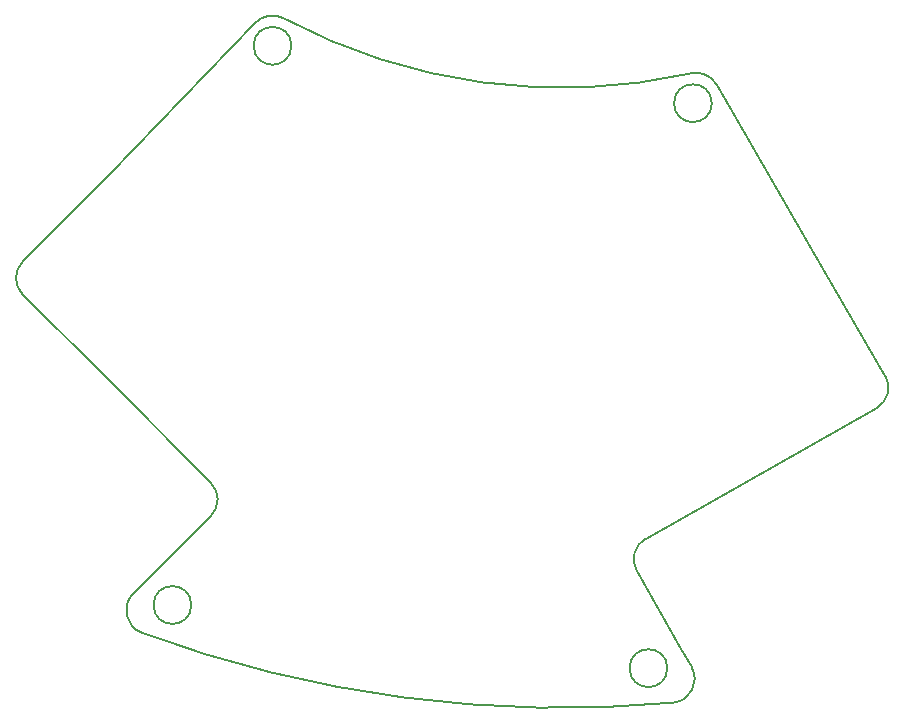
<source format=gbr>
%TF.GenerationSoftware,KiCad,Pcbnew,(6.0.11)*%
%TF.CreationDate,2023-09-02T14:35:37+09:00*%
%TF.ProjectId,psu_board,7073755f-626f-4617-9264-2e6b69636164,rev?*%
%TF.SameCoordinates,Original*%
%TF.FileFunction,Profile,NP*%
%FSLAX46Y46*%
G04 Gerber Fmt 4.6, Leading zero omitted, Abs format (unit mm)*
G04 Created by KiCad (PCBNEW (6.0.11)) date 2023-09-02 14:35:37*
%MOMM*%
%LPD*%
G01*
G04 APERTURE LIST*
%TA.AperFunction,Profile*%
%ADD10C,0.200000*%
%TD*%
G04 APERTURE END LIST*
D10*
X28083937Y-96990082D02*
X35090409Y-103996554D01*
X101106513Y-103833965D02*
X95850698Y-94837784D01*
X80821611Y-117633950D02*
G75*
G03*
X80065073Y-120359329I984389J-1740950D01*
G01*
X86823241Y-79201698D02*
G75*
G03*
X84652902Y-78250324I-1732041J-1000002D01*
G01*
X82653767Y-128606670D02*
G75*
G03*
X82653767Y-128606670I-1600000J0D01*
G01*
X28083939Y-94161657D02*
G75*
G03*
X28083937Y-96990082I1414211J-1414213D01*
G01*
X86419594Y-80773675D02*
G75*
G03*
X86419594Y-80773675I-1600000J0D01*
G01*
X100364041Y-106583817D02*
G75*
G03*
X101106513Y-103833965I-984411J1740957D01*
G01*
X37419678Y-122310773D02*
G75*
G03*
X38140152Y-125600840I1414222J-1414227D01*
G01*
X50164523Y-73581819D02*
G75*
G03*
X84652902Y-78250324I23531947J44116289D01*
G01*
X83159582Y-131527783D02*
G75*
G03*
X84706984Y-128536302I-184682J1991483D01*
G01*
X38140153Y-125600838D02*
G75*
G03*
X83159580Y-131527760I35556317J96135308D01*
G01*
X43997981Y-115732553D02*
G75*
G03*
X43997982Y-112904127I-1414211J1414213D01*
G01*
X42347362Y-123260263D02*
G75*
G03*
X42347362Y-123260263I-1600000J0D01*
G01*
X35090409Y-103996554D02*
X43997982Y-112904127D01*
X50824331Y-75912966D02*
G75*
G03*
X50824331Y-75912966I-1600000J0D01*
G01*
X84706984Y-128536302D02*
X83820000Y-127000000D01*
X47780965Y-73960893D02*
X35471642Y-86773950D01*
X95850698Y-94837784D02*
X86823210Y-79201716D01*
X50164495Y-73581872D02*
G75*
G03*
X47780965Y-73960893I-941295J-1764628D01*
G01*
X35471642Y-86773950D02*
X28083937Y-94161655D01*
X83820000Y-127000000D02*
X80065073Y-120359329D01*
X80821616Y-117633958D02*
X100364040Y-106583815D01*
X43997982Y-115732554D02*
X37419721Y-122310816D01*
M02*

</source>
